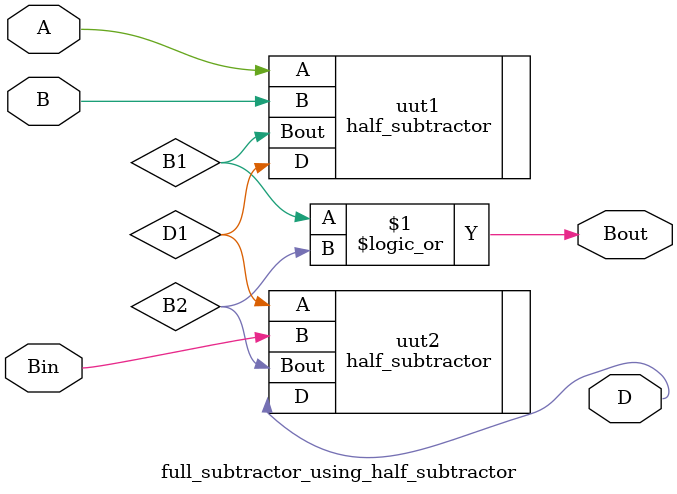
<source format=v>
module full_subtractor_using_half_subtractor(
    input A, B, Bin,
    output D, Bout
);
    wire D1, B1, B2;
    half_subtractor uut1(.A(A), .B(B), .D(D1), .Bout(B1));
    half_subtractor uut2(.A(D1), .B(Bin), .D(D), .Bout(B2));
    assign Bout = B1 || B2;
endmodule
</source>
